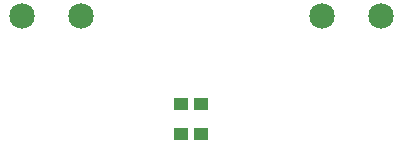
<source format=gtp>
G04 MADE WITH FRITZING*
G04 WWW.FRITZING.ORG*
G04 DOUBLE SIDED*
G04 HOLES PLATED*
G04 CONTOUR ON CENTER OF CONTOUR VECTOR*
%ASAXBY*%
%FSLAX23Y23*%
%MOIN*%
%OFA0B0*%
%SFA1.0B1.0*%
%ADD10C,0.085000*%
%ADD11R,0.047244X0.043307*%
%LNPASTEMASK1*%
G90*
G70*
G54D10*
X1473Y596D03*
X1276Y596D03*
X1473Y596D03*
X1276Y596D03*
X473Y596D03*
X276Y596D03*
X473Y596D03*
X276Y596D03*
G54D11*
X806Y203D03*
X873Y203D03*
X806Y303D03*
X873Y303D03*
G04 End of PasteMask1*
M02*
</source>
